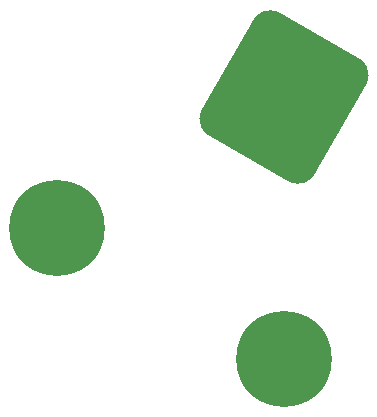
<source format=gbr>
G04 Layer_Color=128*
%FSLAX25Y25*%
%MOIN*%
%TF.FileFunction,Paste,Bot*%
%TF.Part,Single*%
G01*
G75*
%TA.AperFunction,ConnectorPad*%
G04:AMPARAMS|DCode=37|XSize=472.44mil|YSize=433.07mil|CornerRadius=64.96mil|HoleSize=0mil|Usage=FLASHONLY|Rotation=60.000|XOffset=0mil|YOffset=0mil|HoleType=Round|Shape=RoundedRectangle|*
%AMROUNDEDRECTD37*
21,1,0.47244,0.30315,0,0,60.0*
21,1,0.34252,0.43307,0,0,60.0*
1,1,0.12992,0.21690,0.07253*
1,1,0.12992,0.04564,-0.22410*
1,1,0.12992,-0.21690,-0.07253*
1,1,0.12992,-0.04564,0.22410*
%
%ADD37ROUNDEDRECTD37*%
%TA.AperFunction,ConnectorPad*%
%ADD38C,0.31890*%
D37*
X111447Y129928D02*
D03*
D38*
X35709Y86201D02*
D03*
X111447Y42473D02*
D03*
%TF.MD5,28F7B4A6950991FD1F1F78A61F632E84*%
M02*

</source>
